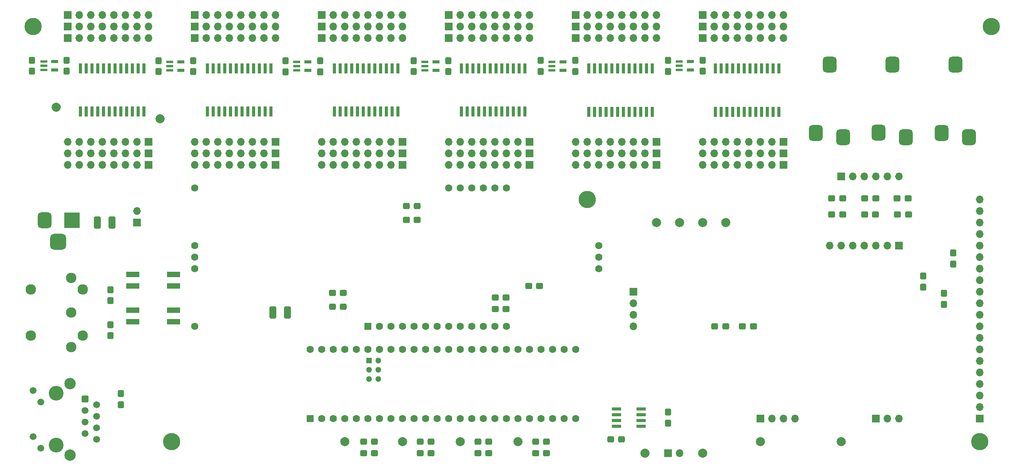
<source format=gbr>
%TF.SameCoordinates,Original*%
%TF.FileFunction,Soldermask,Top*%
%TF.FilePolarity,Negative*%
%FSLAX46Y46*%
G04 Gerber Fmt 4.6, Leading zero omitted, Abs format (unit mm)*
G04 Created by KiCad (PCBNEW (7.0.0)) date 2023-11-17 04:08:32*
%MOMM*%
%LPD*%
G01*
G04 APERTURE LIST*
G04 Aperture macros list*
%AMRoundRect*
0 Rectangle with rounded corners*
0 $1 Rounding radius*
0 $2 $3 $4 $5 $6 $7 $8 $9 X,Y pos of 4 corners*
0 Add a 4 corners polygon primitive as box body*
4,1,4,$2,$3,$4,$5,$6,$7,$8,$9,$2,$3,0*
0 Add four circle primitives for the rounded corners*
1,1,$1+$1,$2,$3*
1,1,$1+$1,$4,$5*
1,1,$1+$1,$6,$7*
1,1,$1+$1,$8,$9*
0 Add four rect primitives between the rounded corners*
20,1,$1+$1,$2,$3,$4,$5,0*
20,1,$1+$1,$4,$5,$6,$7,0*
20,1,$1+$1,$6,$7,$8,$9,0*
20,1,$1+$1,$8,$9,$2,$3,0*%
G04 Aperture macros list end*
%ADD10RoundRect,0.280800X-0.394200X0.469200X-0.394200X-0.469200X0.394200X-0.469200X0.394200X0.469200X0*%
%ADD11R,3.500000X3.500000*%
%ADD12RoundRect,0.750000X-0.750000X-1.000000X0.750000X-1.000000X0.750000X1.000000X-0.750000X1.000000X0*%
%ADD13RoundRect,0.875000X-0.875000X-0.875000X0.875000X-0.875000X0.875000X0.875000X-0.875000X0.875000X0*%
%ADD14RoundRect,0.287550X-0.387450X0.462450X-0.387450X-0.462450X0.387450X-0.462450X0.387450X0.462450X0*%
%ADD15R,1.700000X1.700000*%
%ADD16O,1.700000X1.700000*%
%ADD17RoundRect,0.280800X0.469200X0.394200X-0.469200X0.394200X-0.469200X-0.394200X0.469200X-0.394200X0*%
%ADD18RoundRect,0.280800X0.394200X-0.469200X0.394200X0.469200X-0.394200X0.469200X-0.394200X-0.469200X0*%
%ADD19C,2.000000*%
%ADD20R,1.600000X1.600000*%
%ADD21C,1.600000*%
%ADD22C,1.300000*%
%ADD23R,1.300000X1.300000*%
%ADD24R,3.000000X1.250000*%
%ADD25C,2.600000*%
%ADD26C,3.800000*%
%ADD27R,0.700000X2.250000*%
%ADD28RoundRect,0.287550X0.462450X0.387450X-0.462450X0.387450X-0.462450X-0.387450X0.462450X-0.387450X0*%
%ADD29RoundRect,0.280800X-0.469200X-0.394200X0.469200X-0.394200X0.469200X0.394200X-0.469200X0.394200X0*%
%ADD30R,1.500000X0.600000*%
%ADD31R,1.500000X0.750000*%
%ADD32RoundRect,0.288462X-0.461538X-1.036538X0.461538X-1.036538X0.461538X1.036538X-0.461538X1.036538X0*%
%ADD33RoundRect,0.287550X-0.462450X-0.387450X0.462450X-0.387450X0.462450X0.387450X-0.462450X0.387450X0*%
%ADD34C,2.300000*%
%ADD35R,2.000000X0.700000*%
%ADD36C,3.250000*%
%ADD37RoundRect,0.250500X-0.499500X0.499500X-0.499500X-0.499500X0.499500X-0.499500X0.499500X0.499500X0*%
%ADD38C,1.500000*%
%ADD39C,2.500000*%
G04 APERTURE END LIST*
D10*
%TO.C,R1*%
X185420000Y-130626000D03*
X185420000Y-133026000D03*
%TD*%
D11*
%TO.C,J1*%
X54257499Y-88391999D03*
D12*
X48257500Y-88392000D03*
D13*
X51257500Y-93092000D03*
%TD*%
D14*
%TO.C,C2*%
X53086000Y-53122000D03*
X53086000Y-55522000D03*
%TD*%
D15*
%TO.C,J17*%
X81279999Y-45719999D03*
D16*
X83819999Y-45719999D03*
X86359999Y-45719999D03*
X88899999Y-45719999D03*
X91439999Y-45719999D03*
X93979999Y-45719999D03*
X96519999Y-45719999D03*
X99059999Y-45719999D03*
%TD*%
D15*
%TO.C,J38*%
X182879999Y-71119999D03*
D16*
X180339999Y-71119999D03*
X177799999Y-71119999D03*
X175259999Y-71119999D03*
X172719999Y-71119999D03*
X170179999Y-71119999D03*
X167639999Y-71119999D03*
X165099999Y-71119999D03*
%TD*%
D15*
%TO.C,J18*%
X99059999Y-76199999D03*
D16*
X96519999Y-76199999D03*
X93979999Y-76199999D03*
X91439999Y-76199999D03*
X88899999Y-76199999D03*
X86359999Y-76199999D03*
X83819999Y-76199999D03*
X81279999Y-76199999D03*
%TD*%
D17*
%TO.C,R25*%
X231140000Y-83566000D03*
X228740000Y-83566000D03*
%TD*%
D18*
%TO.C,R7*%
X62738000Y-106051200D03*
X62738000Y-103651200D03*
%TD*%
D15*
%TO.C,J29*%
X137159999Y-45719999D03*
D16*
X139699999Y-45719999D03*
X142239999Y-45719999D03*
X144779999Y-45719999D03*
X147319999Y-45719999D03*
X149859999Y-45719999D03*
X152399999Y-45719999D03*
X154939999Y-45719999D03*
%TD*%
D14*
%TO.C,C7*%
X101294500Y-53254000D03*
X101294500Y-55654000D03*
%TD*%
D19*
%TO.C,TP14*%
X193040000Y-88900000D03*
%TD*%
D20*
%TO.C,U7*%
X106679999Y-132079999D03*
D21*
X109220000Y-132080000D03*
X111760000Y-132080000D03*
X114300000Y-132080000D03*
X116840000Y-132080000D03*
X119380000Y-132080000D03*
X121920000Y-132080000D03*
X124460000Y-132080000D03*
X127000000Y-132080000D03*
X129540000Y-132080000D03*
X132080000Y-132080000D03*
X134620000Y-132080000D03*
X137160000Y-132080000D03*
X139700000Y-132080000D03*
X142240000Y-132080000D03*
X144780000Y-132080000D03*
X147320000Y-132080000D03*
X149860000Y-132080000D03*
X152400000Y-132080000D03*
X154940000Y-132080000D03*
X157480000Y-132080000D03*
X160020000Y-132080000D03*
X162560000Y-132080000D03*
X165100000Y-132080000D03*
D22*
X121650000Y-119278400D03*
D23*
X119649999Y-119278399D03*
D22*
X119650000Y-121278400D03*
X121650000Y-121278400D03*
X119650000Y-123278400D03*
X121650000Y-123278400D03*
D21*
X165100000Y-116840000D03*
X162560000Y-116840000D03*
X160020000Y-116840000D03*
X157480000Y-116840000D03*
X154940000Y-116840000D03*
X152400000Y-116840000D03*
X149860000Y-116840000D03*
X147320000Y-116840000D03*
X144780000Y-116840000D03*
X142240000Y-116840000D03*
X139700000Y-116840000D03*
X137160000Y-116840000D03*
X134620000Y-116840000D03*
X132080000Y-116840000D03*
X129540000Y-116840000D03*
X127000000Y-116840000D03*
X124460000Y-116840000D03*
X121920000Y-116840000D03*
X119380000Y-116840000D03*
X116840000Y-116840000D03*
X114300000Y-116840000D03*
X111760000Y-116840000D03*
X109220000Y-116840000D03*
X106680000Y-116840000D03*
%TD*%
D19*
%TO.C,TP22*%
X223520000Y-137160000D03*
%TD*%
D24*
%TO.C,SW1*%
X76635999Y-102869999D03*
X76635999Y-100329999D03*
X67635999Y-100329999D03*
X67635999Y-102869999D03*
%TD*%
D14*
%TO.C,C3*%
X65024000Y-126562000D03*
X65024000Y-128962000D03*
%TD*%
D25*
%TO.C,H1*%
X45720000Y-45720000D03*
D26*
X45720000Y-45720000D03*
%TD*%
D15*
%TO.C,J19*%
X81279999Y-43179999D03*
D16*
X83819999Y-43179999D03*
X86359999Y-43179999D03*
X88899999Y-43179999D03*
X91439999Y-43179999D03*
X93979999Y-43179999D03*
X96519999Y-43179999D03*
X99059999Y-43179999D03*
%TD*%
D27*
%TO.C,U1*%
X56133999Y-64414399D03*
X57403999Y-64414399D03*
X58673999Y-64414399D03*
X59943999Y-64414399D03*
X61213999Y-64414399D03*
X62483999Y-64414399D03*
X63753999Y-64414399D03*
X65023999Y-64414399D03*
X66293999Y-64414399D03*
X67563999Y-64414399D03*
X68833999Y-64414399D03*
X70103999Y-64414399D03*
X70103999Y-54914399D03*
X68833999Y-54914399D03*
X67563999Y-54914399D03*
X66293999Y-54914399D03*
X65023999Y-54914399D03*
X63753999Y-54914399D03*
X62483999Y-54914399D03*
X61213999Y-54914399D03*
X59943999Y-54914399D03*
X58673999Y-54914399D03*
X57403999Y-54914399D03*
X56133999Y-54914399D03*
%TD*%
D15*
%TO.C,U12*%
X253999999Y-132079999D03*
D16*
X253999999Y-129539999D03*
X253999999Y-126999999D03*
X253999999Y-124459999D03*
X253999999Y-121919999D03*
X253999999Y-119379999D03*
X253999999Y-116839999D03*
X253999999Y-114299999D03*
X253999999Y-111759999D03*
X253999999Y-109219999D03*
X253999999Y-106679999D03*
X253999999Y-104139999D03*
X253999999Y-101599999D03*
X253999999Y-99059999D03*
X253999999Y-96519999D03*
X253999999Y-93979999D03*
X253999999Y-91439999D03*
X253999999Y-88899999D03*
X253999999Y-86359999D03*
X253999999Y-83819999D03*
%TD*%
D15*
%TO.C,J4*%
X71119999Y-76199999D03*
D16*
X68579999Y-76199999D03*
X66039999Y-76199999D03*
X63499999Y-76199999D03*
X60959999Y-76199999D03*
X58419999Y-76199999D03*
X55879999Y-76199999D03*
X53339999Y-76199999D03*
%TD*%
D19*
%TO.C,TP19*%
X73660000Y-66040000D03*
%TD*%
D10*
%TO.C,R9*%
X241554000Y-100648000D03*
X241554000Y-103048000D03*
%TD*%
D15*
%TO.C,J32*%
X154939999Y-71119999D03*
D16*
X152399999Y-71119999D03*
X149859999Y-71119999D03*
X147319999Y-71119999D03*
X144779999Y-71119999D03*
X142239999Y-71119999D03*
X139699999Y-71119999D03*
X137159999Y-71119999D03*
%TD*%
D28*
%TO.C,D2*%
X133280000Y-137160000D03*
X130880000Y-137160000D03*
%TD*%
D25*
%TO.C,H2*%
X76200000Y-137160000D03*
D26*
X76200000Y-137160000D03*
%TD*%
D19*
%TO.C,TP12*%
X182880000Y-88900000D03*
%TD*%
D27*
%TO.C,U5*%
X168020999Y-64439999D03*
X169290999Y-64439999D03*
X170560999Y-64439999D03*
X171830999Y-64439999D03*
X173100999Y-64439999D03*
X174370999Y-64439999D03*
X175640999Y-64439999D03*
X176910999Y-64439999D03*
X178180999Y-64439999D03*
X179450999Y-64439999D03*
X180720999Y-64439999D03*
X181990999Y-64439999D03*
X181990999Y-54939999D03*
X180720999Y-54939999D03*
X179450999Y-54939999D03*
X178180999Y-54939999D03*
X176910999Y-54939999D03*
X175640999Y-54939999D03*
X174370999Y-54939999D03*
X173100999Y-54939999D03*
X171830999Y-54939999D03*
X170560999Y-54939999D03*
X169290999Y-54939999D03*
X168020999Y-54939999D03*
%TD*%
D29*
%TO.C,R12*%
X147390000Y-105410000D03*
X149790000Y-105410000D03*
%TD*%
D15*
%TO.C,J31*%
X137159999Y-43179999D03*
D16*
X139699999Y-43179999D03*
X142239999Y-43179999D03*
X144779999Y-43179999D03*
X147319999Y-43179999D03*
X149859999Y-43179999D03*
X152399999Y-43179999D03*
X154939999Y-43179999D03*
%TD*%
D15*
%TO.C,J35*%
X165099999Y-45719999D03*
D16*
X167639999Y-45719999D03*
X170179999Y-45719999D03*
X172719999Y-45719999D03*
X175259999Y-45719999D03*
X177799999Y-45719999D03*
X180339999Y-45719999D03*
X182879999Y-45719999D03*
%TD*%
D14*
%TO.C,C12*%
X165037500Y-53156000D03*
X165037500Y-55556000D03*
%TD*%
D15*
%TO.C,J41*%
X193039999Y-45719999D03*
D16*
X195579999Y-45719999D03*
X198119999Y-45719999D03*
X200659999Y-45719999D03*
X203199999Y-45719999D03*
X205739999Y-45719999D03*
X208279999Y-45719999D03*
X210819999Y-45719999D03*
%TD*%
D14*
%TO.C,C8*%
X108914500Y-53254000D03*
X108914500Y-55654000D03*
%TD*%
D15*
%TO.C,J25*%
X109219999Y-43179999D03*
D16*
X111759999Y-43179999D03*
X114299999Y-43179999D03*
X116839999Y-43179999D03*
X119379999Y-43179999D03*
X121919999Y-43179999D03*
X124459999Y-43179999D03*
X126999999Y-43179999D03*
%TD*%
D25*
%TO.C,H3*%
X254000000Y-137160000D03*
D26*
X254000000Y-137160000D03*
%TD*%
D15*
%TO.C,J21*%
X81309999Y-48259999D03*
D16*
X83849999Y-48259999D03*
X86389999Y-48259999D03*
X88929999Y-48259999D03*
X91469999Y-48259999D03*
X94009999Y-48259999D03*
X96549999Y-48259999D03*
X99089999Y-48259999D03*
%TD*%
D15*
%TO.C,J42*%
X210819999Y-76199999D03*
D16*
X208279999Y-76199999D03*
X205739999Y-76199999D03*
X203199999Y-76199999D03*
X200659999Y-76199999D03*
X198119999Y-76199999D03*
X195579999Y-76199999D03*
X193039999Y-76199999D03*
%TD*%
D20*
%TO.C,U9*%
X119379999Y-111759999D03*
D21*
X121920000Y-111760000D03*
X124460000Y-111760000D03*
X127000000Y-111760000D03*
X129540000Y-111760000D03*
X132080000Y-111760000D03*
X134620000Y-111760000D03*
X137160000Y-111760000D03*
X139700000Y-111760000D03*
X142240000Y-111760000D03*
X144780000Y-111760000D03*
X147320000Y-111760000D03*
X149860000Y-111760000D03*
X170180000Y-99060000D03*
X170180000Y-96520000D03*
X170180000Y-93980000D03*
X149860000Y-81280000D03*
X147320000Y-81280000D03*
X144780000Y-81280000D03*
X142240000Y-81280000D03*
X139700000Y-81280000D03*
X137160000Y-81280000D03*
X81280000Y-81280000D03*
X81280000Y-93980000D03*
X81280000Y-96520000D03*
X81280000Y-99060000D03*
X81280000Y-111760000D03*
%TD*%
D15*
%TO.C,J30*%
X154939999Y-76199999D03*
D16*
X152399999Y-76199999D03*
X149859999Y-76199999D03*
X147319999Y-76199999D03*
X144779999Y-76199999D03*
X142239999Y-76199999D03*
X139699999Y-76199999D03*
X137159999Y-76199999D03*
%TD*%
D15*
%TO.C,J40*%
X210819999Y-73659999D03*
D16*
X208279999Y-73659999D03*
X205739999Y-73659999D03*
X203199999Y-73659999D03*
X200659999Y-73659999D03*
X198119999Y-73659999D03*
X195579999Y-73659999D03*
X193039999Y-73659999D03*
%TD*%
D27*
%TO.C,U4*%
X139953999Y-64414399D03*
X141223999Y-64414399D03*
X142493999Y-64414399D03*
X143763999Y-64414399D03*
X145033999Y-64414399D03*
X146303999Y-64414399D03*
X147573999Y-64414399D03*
X148843999Y-64414399D03*
X150113999Y-64414399D03*
X151383999Y-64414399D03*
X152653999Y-64414399D03*
X153923999Y-64414399D03*
X153923999Y-54914399D03*
X152653999Y-54914399D03*
X151383999Y-54914399D03*
X150113999Y-54914399D03*
X148843999Y-54914399D03*
X147573999Y-54914399D03*
X146303999Y-54914399D03*
X145033999Y-54914399D03*
X143763999Y-54914399D03*
X142493999Y-54914399D03*
X141223999Y-54914399D03*
X139953999Y-54914399D03*
%TD*%
D30*
%TO.C,U18*%
X159905999Y-53471999D03*
X159905999Y-54421999D03*
X159905999Y-55371999D03*
D31*
X162305999Y-55371999D03*
X162305999Y-53471999D03*
%TD*%
D25*
%TO.C,H5*%
X167640000Y-83820000D03*
D26*
X167640000Y-83820000D03*
%TD*%
D14*
%TO.C,C11*%
X157417500Y-53156000D03*
X157417500Y-55556000D03*
%TD*%
D17*
%TO.C,R22*%
X223844000Y-87122000D03*
X221444000Y-87122000D03*
%TD*%
D10*
%TO.C,R10*%
X246126000Y-104480000D03*
X246126000Y-106880000D03*
%TD*%
D32*
%TO.C,F2*%
X98476000Y-108712000D03*
X101676000Y-108712000D03*
%TD*%
D14*
%TO.C,C6*%
X80963500Y-53222000D03*
X80963500Y-55622000D03*
%TD*%
D15*
%TO.C,J43*%
X193039999Y-43179999D03*
D16*
X195579999Y-43179999D03*
X198119999Y-43179999D03*
X200659999Y-43179999D03*
X203199999Y-43179999D03*
X205739999Y-43179999D03*
X208279999Y-43179999D03*
X210819999Y-43179999D03*
%TD*%
D15*
%TO.C,J46*%
X223519999Y-78739999D03*
D16*
X226059999Y-78739999D03*
X228599999Y-78739999D03*
X231139999Y-78739999D03*
X233679999Y-78739999D03*
X236219999Y-78739999D03*
%TD*%
D15*
%TO.C,J16*%
X99059999Y-73659999D03*
D16*
X96519999Y-73659999D03*
X93979999Y-73659999D03*
X91439999Y-73659999D03*
X88899999Y-73659999D03*
X86359999Y-73659999D03*
X83819999Y-73659999D03*
X81279999Y-73659999D03*
%TD*%
D28*
%TO.C,D3*%
X145980000Y-137160000D03*
X143580000Y-137160000D03*
%TD*%
D15*
%TO.C,J26*%
X126999999Y-71119999D03*
D16*
X124459999Y-71119999D03*
X121919999Y-71119999D03*
X119379999Y-71119999D03*
X116839999Y-71119999D03*
X114299999Y-71119999D03*
X111759999Y-71119999D03*
X109219999Y-71119999D03*
%TD*%
D19*
%TO.C,TP5*%
X50800000Y-63500000D03*
%TD*%
D15*
%TO.C,J28*%
X154939999Y-73659999D03*
D16*
X152399999Y-73659999D03*
X149859999Y-73659999D03*
X147319999Y-73659999D03*
X144779999Y-73659999D03*
X142239999Y-73659999D03*
X139699999Y-73659999D03*
X137159999Y-73659999D03*
%TD*%
D27*
%TO.C,U3*%
X112013999Y-64414399D03*
X113283999Y-64414399D03*
X114553999Y-64414399D03*
X115823999Y-64414399D03*
X117093999Y-64414399D03*
X118363999Y-64414399D03*
X119633999Y-64414399D03*
X120903999Y-64414399D03*
X122173999Y-64414399D03*
X123443999Y-64414399D03*
X124713999Y-64414399D03*
X125983999Y-64414399D03*
X125983999Y-54914399D03*
X124713999Y-54914399D03*
X123443999Y-54914399D03*
X122173999Y-54914399D03*
X120903999Y-54914399D03*
X119633999Y-54914399D03*
X118363999Y-54914399D03*
X117093999Y-54914399D03*
X115823999Y-54914399D03*
X114553999Y-54914399D03*
X113283999Y-54914399D03*
X112013999Y-54914399D03*
%TD*%
D19*
%TO.C,TP11*%
X152400000Y-137160000D03*
%TD*%
D28*
%TO.C,D6*%
X130232000Y-85217000D03*
X127832000Y-85217000D03*
%TD*%
D17*
%TO.C,R26*%
X231070000Y-87122000D03*
X228670000Y-87122000D03*
%TD*%
D33*
%TO.C,D7*%
X111576000Y-107442000D03*
X113976000Y-107442000D03*
%TD*%
D19*
%TO.C,TP13*%
X187960000Y-88900000D03*
%TD*%
D29*
%TO.C,R6*%
X201816000Y-111760000D03*
X204216000Y-111760000D03*
%TD*%
%TO.C,R16*%
X111576000Y-104394000D03*
X113976000Y-104394000D03*
%TD*%
D17*
%TO.C,R3*%
X133280000Y-139700000D03*
X130880000Y-139700000D03*
%TD*%
D19*
%TO.C,TP15*%
X198120000Y-88900000D03*
%TD*%
D28*
%TO.C,D4*%
X158680000Y-137160000D03*
X156280000Y-137160000D03*
%TD*%
D19*
%TO.C,TP6*%
X193040000Y-139700000D03*
%TD*%
D12*
%TO.C,J14*%
X234775000Y-54088000D03*
X231775000Y-69088000D03*
X237775000Y-70088000D03*
%TD*%
D15*
%TO.C,J10*%
X185419999Y-139699999D03*
D16*
X187959999Y-139699999D03*
%TD*%
D15*
%TO.C,J34*%
X182879999Y-73659999D03*
D16*
X180339999Y-73659999D03*
X177799999Y-73659999D03*
X175259999Y-73659999D03*
X172719999Y-73659999D03*
X170179999Y-73659999D03*
X167639999Y-73659999D03*
X165099999Y-73659999D03*
%TD*%
D18*
%TO.C,R11*%
X248158000Y-97974000D03*
X248158000Y-95574000D03*
%TD*%
D15*
%TO.C,J47*%
X236219999Y-93979999D03*
D16*
X233679999Y-93979999D03*
X231139999Y-93979999D03*
X228599999Y-93979999D03*
X226059999Y-93979999D03*
X223519999Y-93979999D03*
X220979999Y-93979999D03*
%TD*%
D28*
%TO.C,D5*%
X198120000Y-111760000D03*
X195720000Y-111760000D03*
%TD*%
D19*
%TO.C,TP8*%
X114300000Y-137160000D03*
%TD*%
D30*
%TO.C,U19*%
X187908499Y-53371999D03*
X187908499Y-54321999D03*
X187908499Y-55271999D03*
D31*
X190308499Y-55271999D03*
X190308499Y-53371999D03*
%TD*%
D14*
%TO.C,C14*%
X193040000Y-53122000D03*
X193040000Y-55522000D03*
%TD*%
D19*
%TO.C,TP10*%
X139700000Y-137160000D03*
%TD*%
D29*
%TO.C,R13*%
X147390000Y-107950000D03*
X149790000Y-107950000D03*
%TD*%
D14*
%TO.C,C9*%
X129477500Y-53222000D03*
X129477500Y-55622000D03*
%TD*%
D30*
%TO.C,U11*%
X48075999Y-53371999D03*
X48075999Y-54321999D03*
X48075999Y-55271999D03*
D31*
X50475999Y-55271999D03*
X50475999Y-53371999D03*
%TD*%
D32*
%TO.C,F1*%
X59868000Y-88900000D03*
X63068000Y-88900000D03*
%TD*%
D17*
%TO.C,R15*%
X130232000Y-88265000D03*
X127832000Y-88265000D03*
%TD*%
D15*
%TO.C,J27*%
X109219999Y-48259999D03*
D16*
X111759999Y-48259999D03*
X114299999Y-48259999D03*
X116839999Y-48259999D03*
X119379999Y-48259999D03*
X121919999Y-48259999D03*
X124459999Y-48259999D03*
X126999999Y-48259999D03*
%TD*%
D15*
%TO.C,J44*%
X210819999Y-71119999D03*
D16*
X208279999Y-71119999D03*
X205739999Y-71119999D03*
X203199999Y-71119999D03*
X200659999Y-71119999D03*
X198119999Y-71119999D03*
X195579999Y-71119999D03*
X193039999Y-71119999D03*
%TD*%
D17*
%TO.C,R28*%
X238252000Y-83566000D03*
X235852000Y-83566000D03*
%TD*%
D24*
%TO.C,SW2*%
X76635999Y-110743999D03*
X76635999Y-108203999D03*
X67635999Y-108203999D03*
X67635999Y-110743999D03*
%TD*%
D14*
%TO.C,C5*%
X73343500Y-53222000D03*
X73343500Y-55622000D03*
%TD*%
D15*
%TO.C,J37*%
X165099999Y-43179999D03*
D16*
X167639999Y-43179999D03*
X170179999Y-43179999D03*
X172719999Y-43179999D03*
X175259999Y-43179999D03*
X177799999Y-43179999D03*
X180339999Y-43179999D03*
X182879999Y-43179999D03*
%TD*%
D29*
%TO.C,R14*%
X154756000Y-102870000D03*
X157156000Y-102870000D03*
%TD*%
D17*
%TO.C,R29*%
X238322000Y-87122000D03*
X235922000Y-87122000D03*
%TD*%
D19*
%TO.C,TP7*%
X180340000Y-139700000D03*
%TD*%
D14*
%TO.C,C10*%
X137097500Y-53222000D03*
X137097500Y-55622000D03*
%TD*%
D25*
%TO.C,H4*%
X256540000Y-45720000D03*
D26*
X256540000Y-45720000D03*
%TD*%
D27*
%TO.C,U6*%
X195833999Y-64439799D03*
X197103999Y-64439799D03*
X198373999Y-64439799D03*
X199643999Y-64439799D03*
X200913999Y-64439799D03*
X202183999Y-64439799D03*
X203453999Y-64439799D03*
X204723999Y-64439799D03*
X205993999Y-64439799D03*
X207263999Y-64439799D03*
X208533999Y-64439799D03*
X209803999Y-64439799D03*
X209803999Y-54939799D03*
X208533999Y-54939799D03*
X207263999Y-54939799D03*
X205993999Y-54939799D03*
X204723999Y-54939799D03*
X203453999Y-54939799D03*
X202183999Y-54939799D03*
X200913999Y-54939799D03*
X199643999Y-54939799D03*
X198373999Y-54939799D03*
X197103999Y-54939799D03*
X195833999Y-54939799D03*
%TD*%
D15*
%TO.C,J3*%
X205739999Y-132079999D03*
D16*
X208279999Y-132079999D03*
X210819999Y-132079999D03*
X213359999Y-132079999D03*
%TD*%
D15*
%TO.C,J11*%
X177799999Y-104139999D03*
D16*
X177799999Y-106679999D03*
X177799999Y-109219999D03*
X177799999Y-111759999D03*
%TD*%
D17*
%TO.C,R4*%
X145980000Y-139700000D03*
X143580000Y-139700000D03*
%TD*%
D15*
%TO.C,J33*%
X137159999Y-48259999D03*
D16*
X139699999Y-48259999D03*
X142239999Y-48259999D03*
X144779999Y-48259999D03*
X147319999Y-48259999D03*
X149859999Y-48259999D03*
X152399999Y-48259999D03*
X154939999Y-48259999D03*
%TD*%
D15*
%TO.C,J9*%
X53339999Y-48259999D03*
D16*
X55879999Y-48259999D03*
X58419999Y-48259999D03*
X60959999Y-48259999D03*
X63499999Y-48259999D03*
X66039999Y-48259999D03*
X68579999Y-48259999D03*
X71119999Y-48259999D03*
%TD*%
D28*
%TO.C,C4*%
X175190000Y-136652000D03*
X172790000Y-136652000D03*
%TD*%
%TO.C,D1*%
X120834000Y-137160000D03*
X118434000Y-137160000D03*
%TD*%
D15*
%TO.C,J23*%
X109219999Y-45719999D03*
D16*
X111759999Y-45719999D03*
X114299999Y-45719999D03*
X116839999Y-45719999D03*
X119379999Y-45719999D03*
X121919999Y-45719999D03*
X124459999Y-45719999D03*
X126999999Y-45719999D03*
%TD*%
D19*
%TO.C,TP9*%
X127000000Y-137160000D03*
%TD*%
D12*
%TO.C,J13*%
X220980000Y-54100000D03*
X217980000Y-69100000D03*
X223980000Y-70100000D03*
%TD*%
D17*
%TO.C,R23*%
X223844000Y-83566000D03*
X221444000Y-83566000D03*
%TD*%
D15*
%TO.C,J22*%
X126999999Y-73659999D03*
D16*
X124459999Y-73659999D03*
X121919999Y-73659999D03*
X119379999Y-73659999D03*
X116839999Y-73659999D03*
X114299999Y-73659999D03*
X111759999Y-73659999D03*
X109219999Y-73659999D03*
%TD*%
D30*
%TO.C,U16*%
X103771999Y-53471999D03*
X103771999Y-54421999D03*
X103771999Y-55371999D03*
D31*
X106171999Y-55371999D03*
X106171999Y-53471999D03*
%TD*%
D15*
%TO.C,J12*%
X68579999Y-88899999D03*
D16*
X68579999Y-86359999D03*
%TD*%
D34*
%TO.C,U13*%
X45232000Y-113792000D03*
X45232000Y-103632000D03*
X54102000Y-116332000D03*
X54102000Y-108712000D03*
X54102000Y-101092000D03*
X56642000Y-113792000D03*
X56642000Y-103632000D03*
%TD*%
D15*
%TO.C,J20*%
X99059999Y-71119999D03*
D16*
X96519999Y-71119999D03*
X93979999Y-71119999D03*
X91439999Y-71119999D03*
X88899999Y-71119999D03*
X86359999Y-71119999D03*
X83819999Y-71119999D03*
X81279999Y-71119999D03*
%TD*%
D17*
%TO.C,R2*%
X120834000Y-139700000D03*
X118434000Y-139700000D03*
%TD*%
D15*
%TO.C,J24*%
X126999999Y-76199999D03*
D16*
X124459999Y-76199999D03*
X121919999Y-76199999D03*
X119379999Y-76199999D03*
X116839999Y-76199999D03*
X114299999Y-76199999D03*
X111759999Y-76199999D03*
X109219999Y-76199999D03*
%TD*%
D30*
%TO.C,U17*%
X131965999Y-53471999D03*
X131965999Y-54421999D03*
X131965999Y-55371999D03*
D31*
X134365999Y-55371999D03*
X134365999Y-53471999D03*
%TD*%
D15*
%TO.C,J48*%
X231139999Y-132079999D03*
D16*
X233679999Y-132079999D03*
X236219999Y-132079999D03*
%TD*%
D19*
%TO.C,TP21*%
X205740000Y-137160000D03*
%TD*%
D15*
%TO.C,J8*%
X71119999Y-71119999D03*
D16*
X68579999Y-71119999D03*
X66039999Y-71119999D03*
X63499999Y-71119999D03*
X60959999Y-71119999D03*
X58419999Y-71119999D03*
X55879999Y-71119999D03*
X53339999Y-71119999D03*
%TD*%
D15*
%TO.C,J36*%
X182879999Y-76199999D03*
D16*
X180339999Y-76199999D03*
X177799999Y-76199999D03*
X175259999Y-76199999D03*
X172719999Y-76199999D03*
X170179999Y-76199999D03*
X167639999Y-76199999D03*
X165099999Y-76199999D03*
%TD*%
D17*
%TO.C,R5*%
X158680000Y-139700000D03*
X156280000Y-139700000D03*
%TD*%
D30*
%TO.C,U15*%
X75831999Y-53471999D03*
X75831999Y-54421999D03*
X75831999Y-55371999D03*
D31*
X78231999Y-55371999D03*
X78231999Y-53471999D03*
%TD*%
D35*
%TO.C,U8*%
X174083999Y-129920999D03*
X174083999Y-131190999D03*
X174083999Y-132460999D03*
X174083999Y-133730999D03*
X179483999Y-133730999D03*
X179483999Y-132460999D03*
X179483999Y-131190999D03*
X179483999Y-129920999D03*
%TD*%
D10*
%TO.C,R8*%
X62738000Y-111379000D03*
X62738000Y-113779000D03*
%TD*%
D36*
%TO.C,J2*%
X50850000Y-126492000D03*
X50850000Y-137922000D03*
D37*
X57200000Y-127762000D03*
D38*
X59740000Y-129032000D03*
X57200000Y-130302000D03*
X59740000Y-131572000D03*
X57200000Y-132842000D03*
X59740000Y-134112000D03*
X57200000Y-135382000D03*
X59740000Y-136652000D03*
X45770000Y-125882000D03*
X47470000Y-128422000D03*
X45770000Y-135992000D03*
X47470000Y-138532000D03*
D39*
X53900000Y-124332000D03*
X53900000Y-140082000D03*
%TD*%
D15*
%TO.C,J7*%
X53339999Y-45719999D03*
D16*
X55879999Y-45719999D03*
X58419999Y-45719999D03*
X60959999Y-45719999D03*
X63499999Y-45719999D03*
X66039999Y-45719999D03*
X68579999Y-45719999D03*
X71119999Y-45719999D03*
%TD*%
D14*
%TO.C,C1*%
X45466000Y-53122000D03*
X45466000Y-55522000D03*
%TD*%
D15*
%TO.C,J39*%
X165099999Y-48259999D03*
D16*
X167639999Y-48259999D03*
X170179999Y-48259999D03*
X172719999Y-48259999D03*
X175259999Y-48259999D03*
X177799999Y-48259999D03*
X180339999Y-48259999D03*
X182879999Y-48259999D03*
%TD*%
D15*
%TO.C,J45*%
X193039999Y-48259999D03*
D16*
X195579999Y-48259999D03*
X198119999Y-48259999D03*
X200659999Y-48259999D03*
X203199999Y-48259999D03*
X205739999Y-48259999D03*
X208279999Y-48259999D03*
X210819999Y-48259999D03*
%TD*%
D14*
%TO.C,C13*%
X185420000Y-53156000D03*
X185420000Y-55556000D03*
%TD*%
D15*
%TO.C,J6*%
X53339999Y-43179999D03*
D16*
X55879999Y-43179999D03*
X58419999Y-43179999D03*
X60959999Y-43179999D03*
X63499999Y-43179999D03*
X66039999Y-43179999D03*
X68579999Y-43179999D03*
X71119999Y-43179999D03*
%TD*%
D15*
%TO.C,J5*%
X71119999Y-73659999D03*
D16*
X68579999Y-73659999D03*
X66039999Y-73659999D03*
X63499999Y-73659999D03*
X60959999Y-73659999D03*
X58419999Y-73659999D03*
X55879999Y-73659999D03*
X53339999Y-73659999D03*
%TD*%
D12*
%TO.C,J15*%
X248666000Y-54100000D03*
X245666000Y-69100000D03*
X251666000Y-70100000D03*
%TD*%
D27*
%TO.C,U2*%
X84073999Y-64388999D03*
X85343999Y-64388999D03*
X86613999Y-64388999D03*
X87883999Y-64388999D03*
X89153999Y-64388999D03*
X90423999Y-64388999D03*
X91693999Y-64388999D03*
X92963999Y-64388999D03*
X94233999Y-64388999D03*
X95503999Y-64388999D03*
X96773999Y-64388999D03*
X98043999Y-64388999D03*
X98043999Y-54888999D03*
X96773999Y-54888999D03*
X95503999Y-54888999D03*
X94233999Y-54888999D03*
X92963999Y-54888999D03*
X91693999Y-54888999D03*
X90423999Y-54888999D03*
X89153999Y-54888999D03*
X87883999Y-54888999D03*
X86613999Y-54888999D03*
X85343999Y-54888999D03*
X84073999Y-54888999D03*
%TD*%
M02*

</source>
